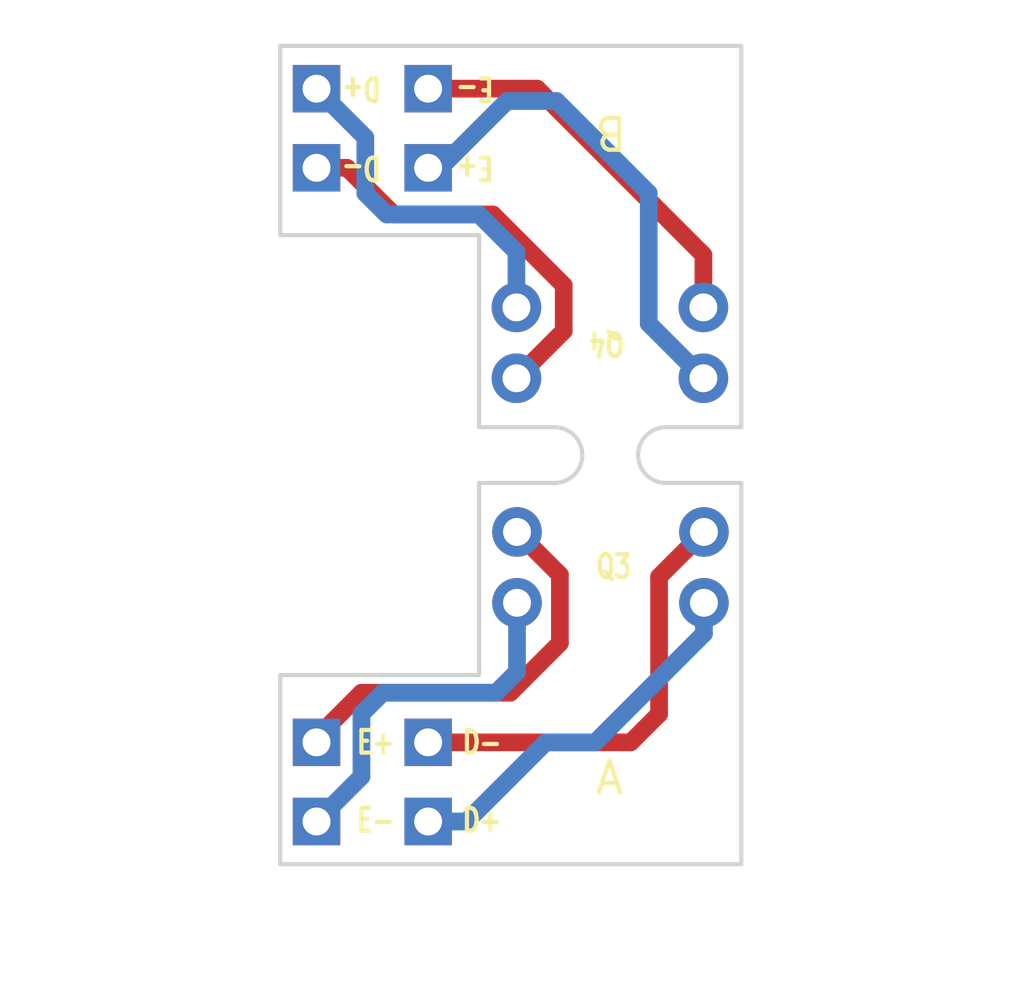
<source format=kicad_pcb>
(kicad_pcb (version 20171130) (host pcbnew "(5.1.6)-1")

  (general
    (thickness 1.6)
    (drawings 33)
    (tracks 42)
    (zones 0)
    (modules 11)
    (nets 9)
  )

  (page A4)
  (layers
    (0 F.Cu signal)
    (31 B.Cu signal)
    (32 B.Adhes user)
    (33 F.Adhes user)
    (34 B.Paste user)
    (35 F.Paste user)
    (36 B.SilkS user)
    (37 F.SilkS user)
    (38 B.Mask user)
    (39 F.Mask user)
    (40 Dwgs.User user)
    (41 Cmts.User user)
    (42 Eco1.User user)
    (43 Eco2.User user)
    (44 Edge.Cuts user)
    (45 Margin user)
    (46 B.CrtYd user)
    (47 F.CrtYd user)
    (48 B.Fab user)
    (49 F.Fab user)
  )

  (setup
    (last_trace_width 0.635)
    (user_trace_width 0.127)
    (user_trace_width 0.254)
    (user_trace_width 0.635)
    (user_trace_width 1.27)
    (trace_clearance 0.127)
    (zone_clearance 0.508)
    (zone_45_only no)
    (trace_min 0.127)
    (via_size 0.45)
    (via_drill 0.2)
    (via_min_size 0.45)
    (via_min_drill 0.2)
    (user_via 1.27 0.635)
    (user_via 2.54 1.27)
    (uvia_size 0.3)
    (uvia_drill 0.1)
    (uvias_allowed no)
    (uvia_min_size 0.2)
    (uvia_min_drill 0.1)
    (edge_width 0.15)
    (segment_width 0.15)
    (pcb_text_width 0.3)
    (pcb_text_size 1.5 1.5)
    (mod_edge_width 0.15)
    (mod_text_size 1 1)
    (mod_text_width 0.15)
    (pad_size 1.524 1.524)
    (pad_drill 0.762)
    (pad_to_mask_clearance 0.051)
    (solder_mask_min_width 0.25)
    (aux_axis_origin 0 0)
    (grid_origin 166 119)
    (visible_elements 7FFFFFFF)
    (pcbplotparams
      (layerselection 0x010f0_ffffffff)
      (usegerberextensions false)
      (usegerberattributes false)
      (usegerberadvancedattributes false)
      (creategerberjobfile false)
      (excludeedgelayer true)
      (linewidth 0.100000)
      (plotframeref false)
      (viasonmask false)
      (mode 1)
      (useauxorigin false)
      (hpglpennumber 1)
      (hpglpenspeed 20)
      (hpglpendiameter 15.000000)
      (psnegative false)
      (psa4output false)
      (plotreference true)
      (plotvalue true)
      (plotinvisibletext false)
      (padsonsilk false)
      (subtractmaskfromsilk false)
      (outputformat 1)
      (mirror false)
      (drillshape 0)
      (scaleselection 1)
      (outputdirectory "Gerbers/"))
  )

  (net 0 "")
  (net 1 "Net-(J1-Pad1)")
  (net 2 "Net-(J2-Pad1)")
  (net 3 "Net-(J3-Pad1)")
  (net 4 "Net-(J4-Pad1)")
  (net 5 "Net-(J5-Pad1)")
  (net 6 "Net-(J6-Pad1)")
  (net 7 "Net-(J7-Pad1)")
  (net 8 "Net-(J8-Pad1)")

  (net_class Default "Esta es la clase de red por defecto."
    (clearance 0.127)
    (trace_width 0.127)
    (via_dia 0.45)
    (via_drill 0.2)
    (uvia_dia 0.3)
    (uvia_drill 0.1)
    (diff_pair_width 0.254)
    (diff_pair_gap 0.254)
    (add_net "Net-(J1-Pad1)")
    (add_net "Net-(J2-Pad1)")
    (add_net "Net-(J3-Pad1)")
    (add_net "Net-(J4-Pad1)")
    (add_net "Net-(J5-Pad1)")
    (add_net "Net-(J6-Pad1)")
    (add_net "Net-(J7-Pad1)")
    (add_net "Net-(J8-Pad1)")
  )

  (module Encoder:mouse-bite-2mm-slot locked (layer F.Cu) (tedit 6081233A) (tstamp 60816F89)
    (at 177.8254 111.1156)
    (fp_text reference mouse-bite-2mm-slot (at 0 -2) (layer F.SilkS) hide
      (effects (font (size 1 1) (thickness 0.2)))
    )
    (fp_text value VAL** (at 0 2.1) (layer F.SilkS) hide
      (effects (font (size 1 1) (thickness 0.2)))
    )
    (fp_arc (start 2 0) (end 2 1) (angle 180) (layer Dwgs.User) (width 0.1))
    (fp_arc (start -2 0) (end -2 -1) (angle 180) (layer Dwgs.User) (width 0.1))
    (fp_line (start 2 0) (end 2 0) (layer Eco1.User) (width 2))
    (fp_line (start -2 0) (end -2 0) (layer Eco1.User) (width 2))
    (fp_circle (center -2 0) (end -2 -0.06) (layer Dwgs.User) (width 0.05))
    (fp_circle (center 2 0) (end 2.06 0) (layer Dwgs.User) (width 0.05))
    (pad "" np_thru_hole circle (at 0.75 0.75) (size 0.5 0.5) (drill 0.5) (layers *.Cu *.Mask))
    (pad "" np_thru_hole circle (at -0.75 0.75) (size 0.5 0.5) (drill 0.5) (layers *.Cu *.Mask))
    (pad "" np_thru_hole circle (at -0.75 -0.75) (size 0.5 0.5) (drill 0.5) (layers *.Cu *.Mask))
    (pad "" np_thru_hole circle (at 0.75 -0.75) (size 0.5 0.5) (drill 0.5) (layers *.Cu *.Mask))
    (pad "" np_thru_hole circle (at 0 0.75) (size 0.5 0.5) (drill 0.5) (layers *.Cu *.Mask))
    (pad "" np_thru_hole circle (at 0 -0.75) (size 0.5 0.5) (drill 0.5) (layers *.Cu *.Mask))
  )

  (module Encoder:PinHeader_1x01_P2.54mm_Vertical_NO3D (layer F.Cu) (tedit 6079DCDD) (tstamp 60818B92)
    (at 171.3 97.9822 180)
    (descr "Through hole straight pin header, 1x01, 2.54mm pitch, single row")
    (tags "Through hole pin header THT 1x01 2.54mm single row")
    (path /6081B0BC)
    (fp_text reference J6 (at 0 -2.33) (layer Dwgs.User) hide
      (effects (font (size 0.8128 0.6096) (thickness 0.1524)))
    )
    (fp_text value Conn_01x01_Male (at 0 2.33) (layer F.Fab)
      (effects (font (size 1 1) (thickness 0.15)))
    )
    (fp_line (start -0.635 -1.27) (end 1.27 -1.27) (layer F.Fab) (width 0.1))
    (fp_line (start 1.27 -1.27) (end 1.27 1.27) (layer F.Fab) (width 0.1))
    (fp_line (start 1.27 1.27) (end -1.27 1.27) (layer F.Fab) (width 0.1))
    (fp_line (start -1.27 1.27) (end -1.27 -0.635) (layer F.Fab) (width 0.1))
    (fp_line (start -1.27 -0.635) (end -0.635 -1.27) (layer F.Fab) (width 0.1))
    (fp_line (start -1.8 -1.8) (end -1.8 1.8) (layer F.CrtYd) (width 0.05))
    (fp_line (start -1.8 1.8) (end 1.8 1.8) (layer F.CrtYd) (width 0.05))
    (fp_line (start 1.8 1.8) (end 1.8 -1.8) (layer F.CrtYd) (width 0.05))
    (fp_line (start 1.8 -1.8) (end -1.8 -1.8) (layer F.CrtYd) (width 0.05))
    (fp_text user %R (at 0 0 90) (layer F.Fab)
      (effects (font (size 1 1) (thickness 0.15)))
    )
    (pad 1 thru_hole rect (at 0 0 180) (size 1.7 1.7) (drill 1) (layers *.Cu *.Mask)
      (net 6 "Net-(J6-Pad1)"))
  )

  (module Encoder:PinHeader_1x01_P2.54mm_Vertical_NO3D (layer F.Cu) (tedit 6079DCDD) (tstamp 60818B84)
    (at 171.3 100.8192 180)
    (descr "Through hole straight pin header, 1x01, 2.54mm pitch, single row")
    (tags "Through hole pin header THT 1x01 2.54mm single row")
    (path /6081B0B6)
    (fp_text reference J5 (at 0 -2.33) (layer Dwgs.User) hide
      (effects (font (size 0.8128 0.6096) (thickness 0.1524)))
    )
    (fp_text value Conn_01x01_Male (at 0 2.33) (layer F.Fab)
      (effects (font (size 1 1) (thickness 0.15)))
    )
    (fp_text user %R (at 0 0 90) (layer F.Fab)
      (effects (font (size 1 1) (thickness 0.15)))
    )
    (fp_line (start 1.8 -1.8) (end -1.8 -1.8) (layer F.CrtYd) (width 0.05))
    (fp_line (start 1.8 1.8) (end 1.8 -1.8) (layer F.CrtYd) (width 0.05))
    (fp_line (start -1.8 1.8) (end 1.8 1.8) (layer F.CrtYd) (width 0.05))
    (fp_line (start -1.8 -1.8) (end -1.8 1.8) (layer F.CrtYd) (width 0.05))
    (fp_line (start -1.27 -0.635) (end -0.635 -1.27) (layer F.Fab) (width 0.1))
    (fp_line (start -1.27 1.27) (end -1.27 -0.635) (layer F.Fab) (width 0.1))
    (fp_line (start 1.27 1.27) (end -1.27 1.27) (layer F.Fab) (width 0.1))
    (fp_line (start 1.27 -1.27) (end 1.27 1.27) (layer F.Fab) (width 0.1))
    (fp_line (start -0.635 -1.27) (end 1.27 -1.27) (layer F.Fab) (width 0.1))
    (pad 1 thru_hole rect (at 0 0 180) (size 1.7 1.7) (drill 1) (layers *.Cu *.Mask)
      (net 5 "Net-(J5-Pad1)"))
  )

  (module Encoder:PinHeader_1x01_P2.54mm_Vertical_NO3D (layer F.Cu) (tedit 6079DCDD) (tstamp 60818B76)
    (at 167.3 100.8192 180)
    (descr "Through hole straight pin header, 1x01, 2.54mm pitch, single row")
    (tags "Through hole pin header THT 1x01 2.54mm single row")
    (path /6081B0C8)
    (fp_text reference J7 (at 0 -2.33) (layer Dwgs.User) hide
      (effects (font (size 0.8128 0.6096) (thickness 0.1524)))
    )
    (fp_text value Conn_01x01_Male (at 0 2.33) (layer F.Fab)
      (effects (font (size 1 1) (thickness 0.15)))
    )
    (fp_line (start -0.635 -1.27) (end 1.27 -1.27) (layer F.Fab) (width 0.1))
    (fp_line (start 1.27 -1.27) (end 1.27 1.27) (layer F.Fab) (width 0.1))
    (fp_line (start 1.27 1.27) (end -1.27 1.27) (layer F.Fab) (width 0.1))
    (fp_line (start -1.27 1.27) (end -1.27 -0.635) (layer F.Fab) (width 0.1))
    (fp_line (start -1.27 -0.635) (end -0.635 -1.27) (layer F.Fab) (width 0.1))
    (fp_line (start -1.8 -1.8) (end -1.8 1.8) (layer F.CrtYd) (width 0.05))
    (fp_line (start -1.8 1.8) (end 1.8 1.8) (layer F.CrtYd) (width 0.05))
    (fp_line (start 1.8 1.8) (end 1.8 -1.8) (layer F.CrtYd) (width 0.05))
    (fp_line (start 1.8 -1.8) (end -1.8 -1.8) (layer F.CrtYd) (width 0.05))
    (fp_text user %R (at 0 0 90) (layer F.Fab)
      (effects (font (size 1 1) (thickness 0.15)))
    )
    (pad 1 thru_hole rect (at 0 0 180) (size 1.7 1.7) (drill 1) (layers *.Cu *.Mask)
      (net 7 "Net-(J7-Pad1)"))
  )

  (module Encoder:PinHeader_1x01_P2.54mm_Vertical_NO3D (layer F.Cu) (tedit 6079DCDD) (tstamp 60818B68)
    (at 167.3 97.9822 180)
    (descr "Through hole straight pin header, 1x01, 2.54mm pitch, single row")
    (tags "Through hole pin header THT 1x01 2.54mm single row")
    (path /6081B0C2)
    (fp_text reference J8 (at 0 -2.33) (layer Dwgs.User) hide
      (effects (font (size 0.8128 0.6096) (thickness 0.1524)))
    )
    (fp_text value Conn_01x01_Male (at 0 2.33) (layer F.Fab)
      (effects (font (size 1 1) (thickness 0.15)))
    )
    (fp_line (start -0.635 -1.27) (end 1.27 -1.27) (layer F.Fab) (width 0.1))
    (fp_line (start 1.27 -1.27) (end 1.27 1.27) (layer F.Fab) (width 0.1))
    (fp_line (start 1.27 1.27) (end -1.27 1.27) (layer F.Fab) (width 0.1))
    (fp_line (start -1.27 1.27) (end -1.27 -0.635) (layer F.Fab) (width 0.1))
    (fp_line (start -1.27 -0.635) (end -0.635 -1.27) (layer F.Fab) (width 0.1))
    (fp_line (start -1.8 -1.8) (end -1.8 1.8) (layer F.CrtYd) (width 0.05))
    (fp_line (start -1.8 1.8) (end 1.8 1.8) (layer F.CrtYd) (width 0.05))
    (fp_line (start 1.8 1.8) (end 1.8 -1.8) (layer F.CrtYd) (width 0.05))
    (fp_line (start 1.8 -1.8) (end -1.8 -1.8) (layer F.CrtYd) (width 0.05))
    (fp_text user %R (at 0 0 90) (layer F.Fab)
      (effects (font (size 1 1) (thickness 0.15)))
    )
    (pad 1 thru_hole rect (at 0 0 180) (size 1.7 1.7) (drill 1) (layers *.Cu *.Mask)
      (net 8 "Net-(J8-Pad1)"))
  )

  (module Encoder:itr8102 (layer F.Cu) (tedit 5D60A6D4) (tstamp 608197F0)
    (at 177.815399 107.091399 180)
    (path /6081B0B0)
    (fp_text reference Q4 (at 0.116999 -0.027001 180 unlocked) (layer F.SilkS)
      (effects (font (size 0.8128 0.6096) (thickness 0.1524)))
    )
    (fp_text value ITR8102 (at 0.164599 5.860199) (layer F.Fab)
      (effects (font (size 1 1) (thickness 0.15)))
    )
    (pad 4 thru_hole circle (at 3.35 -1.27 180) (size 1.778 1.778) (drill 1) (layers *.Cu *.Mask)
      (net 7 "Net-(J7-Pad1)"))
    (pad 1 thru_hole circle (at -3.35 -1.27 180) (size 1.778 1.778) (drill 1) (layers *.Cu *.Mask)
      (net 5 "Net-(J5-Pad1)"))
    (pad 3 thru_hole circle (at 3.35 1.27 180) (size 1.778 1.778) (drill 1) (layers *.Cu *.Mask)
      (net 8 "Net-(J8-Pad1)"))
    (pad 2 thru_hole circle (at -3.35 1.27 180) (size 1.778 1.778) (drill 1) (layers *.Cu *.Mask)
      (net 6 "Net-(J6-Pad1)"))
  )

  (module Encoder:PinHeader_1x01_P2.54mm_Vertical_NO3D (layer F.Cu) (tedit 6079DCDD) (tstamp 608185D7)
    (at 171.3 124.2488)
    (descr "Through hole straight pin header, 1x01, 2.54mm pitch, single row")
    (tags "Through hole pin header THT 1x01 2.54mm single row")
    (path /5C59CA2D)
    (fp_text reference J4 (at 0 -2.33) (layer Dwgs.User) hide
      (effects (font (size 0.8128 0.6096) (thickness 0.1524)))
    )
    (fp_text value Conn_01x01_Male (at 0 2.33) (layer F.Fab)
      (effects (font (size 1 1) (thickness 0.15)))
    )
    (fp_line (start -0.635 -1.27) (end 1.27 -1.27) (layer F.Fab) (width 0.1))
    (fp_line (start 1.27 -1.27) (end 1.27 1.27) (layer F.Fab) (width 0.1))
    (fp_line (start 1.27 1.27) (end -1.27 1.27) (layer F.Fab) (width 0.1))
    (fp_line (start -1.27 1.27) (end -1.27 -0.635) (layer F.Fab) (width 0.1))
    (fp_line (start -1.27 -0.635) (end -0.635 -1.27) (layer F.Fab) (width 0.1))
    (fp_line (start -1.8 -1.8) (end -1.8 1.8) (layer F.CrtYd) (width 0.05))
    (fp_line (start -1.8 1.8) (end 1.8 1.8) (layer F.CrtYd) (width 0.05))
    (fp_line (start 1.8 1.8) (end 1.8 -1.8) (layer F.CrtYd) (width 0.05))
    (fp_line (start 1.8 -1.8) (end -1.8 -1.8) (layer F.CrtYd) (width 0.05))
    (fp_text user %R (at 0 0 90) (layer F.Fab)
      (effects (font (size 1 1) (thickness 0.15)))
    )
    (pad 1 thru_hole rect (at 0 0) (size 1.7 1.7) (drill 1) (layers *.Cu *.Mask)
      (net 4 "Net-(J4-Pad1)"))
  )

  (module Encoder:PinHeader_1x01_P2.54mm_Vertical_NO3D (layer F.Cu) (tedit 6079DCDD) (tstamp 60818668)
    (at 171.3 121.412)
    (descr "Through hole straight pin header, 1x01, 2.54mm pitch, single row")
    (tags "Through hole pin header THT 1x01 2.54mm single row")
    (path /5C59CA34)
    (fp_text reference J3 (at 0 -2.33) (layer Dwgs.User) hide
      (effects (font (size 0.8128 0.6096) (thickness 0.1524)))
    )
    (fp_text value Conn_01x01_Male (at 0 2.33) (layer F.Fab)
      (effects (font (size 1 1) (thickness 0.15)))
    )
    (fp_line (start -0.635 -1.27) (end 1.27 -1.27) (layer F.Fab) (width 0.1))
    (fp_line (start 1.27 -1.27) (end 1.27 1.27) (layer F.Fab) (width 0.1))
    (fp_line (start 1.27 1.27) (end -1.27 1.27) (layer F.Fab) (width 0.1))
    (fp_line (start -1.27 1.27) (end -1.27 -0.635) (layer F.Fab) (width 0.1))
    (fp_line (start -1.27 -0.635) (end -0.635 -1.27) (layer F.Fab) (width 0.1))
    (fp_line (start -1.8 -1.8) (end -1.8 1.8) (layer F.CrtYd) (width 0.05))
    (fp_line (start -1.8 1.8) (end 1.8 1.8) (layer F.CrtYd) (width 0.05))
    (fp_line (start 1.8 1.8) (end 1.8 -1.8) (layer F.CrtYd) (width 0.05))
    (fp_line (start 1.8 -1.8) (end -1.8 -1.8) (layer F.CrtYd) (width 0.05))
    (fp_text user %R (at 0 0 90) (layer F.Fab)
      (effects (font (size 1 1) (thickness 0.15)))
    )
    (pad 1 thru_hole rect (at 0 0) (size 1.7 1.7) (drill 1) (layers *.Cu *.Mask)
      (net 3 "Net-(J3-Pad1)"))
  )

  (module Encoder:PinHeader_1x01_P2.54mm_Vertical_NO3D (layer F.Cu) (tedit 6079DCDD) (tstamp 60818583)
    (at 167.3 121.412)
    (descr "Through hole straight pin header, 1x01, 2.54mm pitch, single row")
    (tags "Through hole pin header THT 1x01 2.54mm single row")
    (path /5C59CA1F)
    (fp_text reference J1 (at 0 -2.33) (layer Dwgs.User) hide
      (effects (font (size 0.8128 0.6096) (thickness 0.1524)))
    )
    (fp_text value Conn_01x01_Male (at 0 2.33) (layer F.Fab)
      (effects (font (size 1 1) (thickness 0.15)))
    )
    (fp_text user %R (at 0 0 90) (layer F.Fab)
      (effects (font (size 1 1) (thickness 0.15)))
    )
    (fp_line (start -0.635 -1.27) (end 1.27 -1.27) (layer F.Fab) (width 0.1))
    (fp_line (start 1.27 -1.27) (end 1.27 1.27) (layer F.Fab) (width 0.1))
    (fp_line (start 1.27 1.27) (end -1.27 1.27) (layer F.Fab) (width 0.1))
    (fp_line (start -1.27 1.27) (end -1.27 -0.635) (layer F.Fab) (width 0.1))
    (fp_line (start -1.27 -0.635) (end -0.635 -1.27) (layer F.Fab) (width 0.1))
    (fp_line (start -1.8 -1.8) (end -1.8 1.8) (layer F.CrtYd) (width 0.05))
    (fp_line (start -1.8 1.8) (end 1.8 1.8) (layer F.CrtYd) (width 0.05))
    (fp_line (start 1.8 1.8) (end 1.8 -1.8) (layer F.CrtYd) (width 0.05))
    (fp_line (start 1.8 -1.8) (end -1.8 -1.8) (layer F.CrtYd) (width 0.05))
    (pad 1 thru_hole rect (at 0 0) (size 1.7 1.7) (drill 1) (layers *.Cu *.Mask)
      (net 1 "Net-(J1-Pad1)"))
  )

  (module Encoder:PinHeader_1x01_P2.54mm_Vertical_NO3D (layer F.Cu) (tedit 6079DCDD) (tstamp 60818559)
    (at 167.3 124.2488)
    (descr "Through hole straight pin header, 1x01, 2.54mm pitch, single row")
    (tags "Through hole pin header THT 1x01 2.54mm single row")
    (path /5C59CA26)
    (fp_text reference J2 (at 0 -2.33) (layer Dwgs.User) hide
      (effects (font (size 0.8128 0.6096) (thickness 0.1524)))
    )
    (fp_text value Conn_01x01_Male (at 0 2.33) (layer F.Fab)
      (effects (font (size 1 1) (thickness 0.15)))
    )
    (fp_line (start -0.635 -1.27) (end 1.27 -1.27) (layer F.Fab) (width 0.1))
    (fp_line (start 1.27 -1.27) (end 1.27 1.27) (layer F.Fab) (width 0.1))
    (fp_line (start 1.27 1.27) (end -1.27 1.27) (layer F.Fab) (width 0.1))
    (fp_line (start -1.27 1.27) (end -1.27 -0.635) (layer F.Fab) (width 0.1))
    (fp_line (start -1.27 -0.635) (end -0.635 -1.27) (layer F.Fab) (width 0.1))
    (fp_line (start -1.8 -1.8) (end -1.8 1.8) (layer F.CrtYd) (width 0.05))
    (fp_line (start -1.8 1.8) (end 1.8 1.8) (layer F.CrtYd) (width 0.05))
    (fp_line (start 1.8 1.8) (end 1.8 -1.8) (layer F.CrtYd) (width 0.05))
    (fp_line (start 1.8 -1.8) (end -1.8 -1.8) (layer F.CrtYd) (width 0.05))
    (fp_text user %R (at 0 0 90) (layer F.Fab)
      (effects (font (size 1 1) (thickness 0.15)))
    )
    (pad 1 thru_hole rect (at 0 0) (size 1.7 1.7) (drill 1) (layers *.Cu *.Mask)
      (net 2 "Net-(J2-Pad1)"))
  )

  (module Encoder:itr8102 (layer F.Cu) (tedit 5D60A6D4) (tstamp 60816BCB)
    (at 177.835401 115.139801)
    (path /5C59CA18)
    (fp_text reference Q3 (at 0.116999 -0.027001) (layer F.SilkS)
      (effects (font (size 0.8128 0.6096) (thickness 0.1524)))
    )
    (fp_text value ITR8102 (at 0.164599 5.860199) (layer F.Fab)
      (effects (font (size 1 1) (thickness 0.15)))
    )
    (pad 2 thru_hole circle (at -3.35 1.27) (size 1.778 1.778) (drill 1) (layers *.Cu *.Mask)
      (net 2 "Net-(J2-Pad1)"))
    (pad 3 thru_hole circle (at 3.35 1.27) (size 1.778 1.778) (drill 1) (layers *.Cu *.Mask)
      (net 4 "Net-(J4-Pad1)"))
    (pad 1 thru_hole circle (at -3.35 -1.27) (size 1.778 1.778) (drill 1) (layers *.Cu *.Mask)
      (net 1 "Net-(J1-Pad1)"))
    (pad 4 thru_hole circle (at 3.35 -1.27) (size 1.778 1.778) (drill 1) (layers *.Cu *.Mask)
      (net 3 "Net-(J3-Pad1)"))
  )

  (dimension 5.248886 (width 0.15) (layer Dwgs.User)
    (gr_text "5.249 mm" (at 162.654095 121.650868 270.3274757) (layer Dwgs.User)
      (effects (font (size 1 1) (thickness 0.15)))
    )
    (feature1 (pts (xy 167.3 124.2488) (xy 163.382663 124.27119)))
    (feature2 (pts (xy 167.27 119) (xy 163.352663 119.02239)))
    (crossbar (pts (xy 163.939074 119.019038) (xy 163.969074 124.267838)))
    (arrow1a (pts (xy 163.969074 124.267838) (xy 163.376224 123.144704)))
    (arrow1b (pts (xy 163.969074 124.267838) (xy 164.549047 123.138001)))
    (arrow2a (pts (xy 163.939074 119.019038) (xy 163.359101 120.148875)))
    (arrow2b (pts (xy 163.939074 119.019038) (xy 164.531924 120.142172)))
  )
  (dimension 6.7808 (width 0.15) (layer Dwgs.User)
    (gr_text "6.781 mm" (at 160.636 99.8408 270) (layer Dwgs.User)
      (effects (font (size 1 1) (thickness 0.15)))
    )
    (feature1 (pts (xy 166 103.2312) (xy 161.349579 103.2312)))
    (feature2 (pts (xy 166 96.4504) (xy 161.349579 96.4504)))
    (crossbar (pts (xy 161.936 96.4504) (xy 161.936 103.2312)))
    (arrow1a (pts (xy 161.936 103.2312) (xy 161.349579 102.104696)))
    (arrow1b (pts (xy 161.936 103.2312) (xy 162.522421 102.104696)))
    (arrow2a (pts (xy 161.936 96.4504) (xy 161.349579 97.576904)))
    (arrow2b (pts (xy 161.936 96.4504) (xy 162.522421 97.576904)))
  )
  (dimension 6.7808 (width 0.15) (layer Dwgs.User)
    (gr_text "6.781 mm" (at 159.62 122.3904 270) (layer Dwgs.User)
      (effects (font (size 1 1) (thickness 0.15)))
    )
    (feature1 (pts (xy 166 125.7808) (xy 160.333579 125.7808)))
    (feature2 (pts (xy 166 119) (xy 160.333579 119)))
    (crossbar (pts (xy 160.92 119) (xy 160.92 125.7808)))
    (arrow1a (pts (xy 160.92 125.7808) (xy 160.333579 124.654296)))
    (arrow1b (pts (xy 160.92 125.7808) (xy 161.506421 124.654296)))
    (arrow2a (pts (xy 160.92 119) (xy 160.333579 120.126504)))
    (arrow2b (pts (xy 160.92 119) (xy 161.506421 120.126504)))
  )
  (gr_text D- (at 168.91 100.8192 180) (layer F.SilkS) (tstamp 60818B5C)
    (effects (font (size 0.8128 0.6096) (thickness 0.1524)))
  )
  (gr_text B (at 177.8508 99.5492 180) (layer F.SilkS) (tstamp 60818BB9)
    (effects (font (size 1.143 1.143) (thickness 0.1524)))
  )
  (gr_line (start 173.1264 110.1156) (end 175.8254 110.1156) (layer Edge.Cuts) (width 0.15) (tstamp 60818BB6))
  (gr_line (start 179.8254 110.1156) (end 182.5244 110.1156) (layer Edge.Cuts) (width 0.15) (tstamp 60818BB5))
  (gr_text E+ (at 172.974 100.8192 180) (layer F.SilkS) (tstamp 60819767)
    (effects (font (size 0.8128 0.6096) (thickness 0.1524)))
  )
  (gr_text D+ (at 168.91 97.9822 180) (layer F.SilkS) (tstamp 60819342)
    (effects (font (size 0.8128 0.6096) (thickness 0.1524)))
  )
  (gr_text E- (at 172.974 97.9822 180) (layer F.SilkS) (tstamp 60818B59)
    (effects (font (size 0.8128 0.6096) (thickness 0.1524)))
  )
  (gr_line (start 166 103.2312) (end 173.1264 103.2312) (layer Edge.Cuts) (width 0.15) (tstamp 60818B58))
  (gr_line (start 173.1264 103.2312) (end 173.1264 110.1156) (layer Edge.Cuts) (width 0.15) (tstamp 60818B57))
  (gr_line (start 182.5244 96.4504) (end 166 96.4504) (layer Edge.Cuts) (width 0.15) (tstamp 60818B56))
  (gr_line (start 182.5244 110.1156) (end 182.5244 96.4504) (layer Edge.Cuts) (width 0.15) (tstamp 60818B55))
  (gr_line (start 166 103.2312) (end 166 96.4504) (layer Edge.Cuts) (width 0.15) (tstamp 60818B54))
  (gr_arc (start 179.8254 111.1156) (end 179.8254 110.1156) (angle -180) (layer Edge.Cuts) (width 0.15) (tstamp 60816AF9))
  (gr_arc (start 175.8254 111.1156) (end 175.8254 112.1156) (angle -180) (layer Edge.Cuts) (width 0.15) (tstamp 60816AF6))
  (gr_text A (at 177.8 122.682) (layer F.SilkS) (tstamp 6081871D)
    (effects (font (size 1.143 1.143) (thickness 0.1524)))
  )
  (dimension 7.1264 (width 0.15) (layer Dwgs.User)
    (gr_text "7.126 mm" (at 169.5632 131.3) (layer Dwgs.User)
      (effects (font (size 1 1) (thickness 0.15)))
    )
    (feature1 (pts (xy 166 119) (xy 166 130.586421)))
    (feature2 (pts (xy 173.1264 119) (xy 173.1264 130.586421)))
    (crossbar (pts (xy 173.1264 130) (xy 166 130)))
    (arrow1a (pts (xy 166 130) (xy 167.126504 129.413579)))
    (arrow1b (pts (xy 166 130) (xy 167.126504 130.586421)))
    (arrow2a (pts (xy 173.1264 130) (xy 171.999896 129.413579)))
    (arrow2b (pts (xy 173.1264 130) (xy 171.999896 130.586421)))
  )
  (gr_line (start 166 119) (end 166 125.7808) (layer Edge.Cuts) (width 0.15))
  (gr_line (start 173.1264 119) (end 166 119) (layer Edge.Cuts) (width 0.15))
  (dimension 6.202199 (width 0.15) (layer Dwgs.User)
    (gr_text "6.202 mm" (at 168.7 115.216699 270) (layer Dwgs.User)
      (effects (font (size 1 1) (thickness 0.15)))
    )
    (feature1 (pts (xy 173.1264 118.317799) (xy 169.413579 118.317799)))
    (feature2 (pts (xy 173.1264 112.1156) (xy 169.413579 112.1156)))
    (crossbar (pts (xy 170 112.1156) (xy 170 118.317799)))
    (arrow1a (pts (xy 170 118.317799) (xy 169.413579 117.191295)))
    (arrow1b (pts (xy 170 118.317799) (xy 170.586421 117.191295)))
    (arrow2a (pts (xy 170 112.1156) (xy 169.413579 113.242104)))
    (arrow2b (pts (xy 170 112.1156) (xy 170.586421 113.242104)))
  )
  (dimension 9.398 (width 0.15) (layer Dwgs.User)
    (gr_text "9.398 mm" (at 177.8254 131.3) (layer Dwgs.User)
      (effects (font (size 1 1) (thickness 0.15)))
    )
    (feature1 (pts (xy 173.1264 125.7808) (xy 173.1264 130.586421)))
    (feature2 (pts (xy 182.5244 125.7808) (xy 182.5244 130.586421)))
    (crossbar (pts (xy 182.5244 130) (xy 173.1264 130)))
    (arrow1a (pts (xy 173.1264 130) (xy 174.252904 129.413579)))
    (arrow1b (pts (xy 173.1264 130) (xy 174.252904 130.586421)))
    (arrow2a (pts (xy 182.5244 130) (xy 181.397896 129.413579)))
    (arrow2b (pts (xy 182.5244 130) (xy 181.397896 130.586421)))
  )
  (dimension 13.6652 (width 0.15) (layer Dwgs.User)
    (gr_text "13.665 mm" (at 191.3 118.9482 270) (layer Dwgs.User)
      (effects (font (size 1 1) (thickness 0.15)))
    )
    (feature1 (pts (xy 182.5244 125.7808) (xy 190.586421 125.7808)))
    (feature2 (pts (xy 182.5244 112.1156) (xy 190.586421 112.1156)))
    (crossbar (pts (xy 190 112.1156) (xy 190 125.7808)))
    (arrow1a (pts (xy 190 125.7808) (xy 189.413579 124.654296)))
    (arrow1b (pts (xy 190 125.7808) (xy 190.586421 124.654296)))
    (arrow2a (pts (xy 190 112.1156) (xy 189.413579 113.242104)))
    (arrow2b (pts (xy 190 112.1156) (xy 190.586421 113.242104)))
  )
  (gr_line (start 175.8254 112.1156) (end 173.1264 112.1156) (layer Edge.Cuts) (width 0.15) (tstamp 60816AF3))
  (gr_line (start 182.5244 112.1156) (end 179.8254 112.1156) (layer Edge.Cuts) (width 0.15) (tstamp 60816AF0))
  (gr_line (start 182.5244 125.7808) (end 182.5244 112.1156) (layer Edge.Cuts) (width 0.15) (tstamp 60816C10))
  (gr_line (start 166 125.7808) (end 182.5244 125.7808) (layer Edge.Cuts) (width 0.15) (tstamp 60816C13))
  (gr_line (start 173.1264 112.1156) (end 173.1264 119) (layer Edge.Cuts) (width 0.15) (tstamp 60816C16))
  (gr_text D- (at 173.228 121.412) (layer F.SilkS) (tstamp 60816C04)
    (effects (font (size 0.8128 0.6096) (thickness 0.1524)))
  )
  (gr_text D+ (at 173.228 124.206) (layer F.SilkS) (tstamp 60816C0A)
    (effects (font (size 0.8128 0.6096) (thickness 0.1524)))
  )
  (gr_text E+ (at 169.418 121.412) (layer F.SilkS) (tstamp 60816C07)
    (effects (font (size 0.8128 0.6096) (thickness 0.1524)))
  )
  (gr_text E- (at 169.418 124.206) (layer F.SilkS) (tstamp 60816C0D)
    (effects (font (size 0.8128 0.6096) (thickness 0.1524)))
  )

  (segment (start 167.3 121.412) (end 167.3 121.244) (width 0.635) (layer F.Cu) (net 1) (status 30))
  (segment (start 167.3 121.244) (end 168.91 119.634) (width 0.635) (layer F.Cu) (net 1) (status 10))
  (segment (start 168.91 119.634) (end 174.244 119.634) (width 0.635) (layer F.Cu) (net 1))
  (segment (start 174.244 119.634) (end 176.022 117.856) (width 0.635) (layer F.Cu) (net 1))
  (segment (start 176.022 115.4064) (end 174.485401 113.869801) (width 0.635) (layer F.Cu) (net 1) (status 20))
  (segment (start 176.022 117.856) (end 176.022 115.4064) (width 0.635) (layer F.Cu) (net 1))
  (segment (start 168.91 122.6388) (end 167.3 124.2488) (width 0.635) (layer B.Cu) (net 2) (status 20))
  (segment (start 174.485401 118.884599) (end 173.736 119.634) (width 0.635) (layer B.Cu) (net 2))
  (segment (start 173.736 119.634) (end 169.672 119.634) (width 0.635) (layer B.Cu) (net 2))
  (segment (start 168.91 120.396) (end 168.91 122.6388) (width 0.635) (layer B.Cu) (net 2))
  (segment (start 174.485401 116.409801) (end 174.485401 118.884599) (width 0.635) (layer B.Cu) (net 2) (status 10))
  (segment (start 169.672 119.634) (end 168.91 120.396) (width 0.635) (layer B.Cu) (net 2))
  (segment (start 171.3 121.412) (end 178.562 121.412) (width 0.635) (layer F.Cu) (net 3) (status 10))
  (segment (start 178.562 121.412) (end 179.578 120.396) (width 0.635) (layer F.Cu) (net 3))
  (segment (start 179.578 115.477202) (end 181.185401 113.869801) (width 0.635) (layer F.Cu) (net 3) (status 20))
  (segment (start 179.578 120.396) (end 179.578 115.477202) (width 0.635) (layer F.Cu) (net 3))
  (segment (start 181.185401 117.518599) (end 181.185401 116.409801) (width 0.635) (layer B.Cu) (net 4) (status 20))
  (segment (start 177.292 121.412) (end 181.185401 117.518599) (width 0.635) (layer B.Cu) (net 4))
  (segment (start 171.3 124.2488) (end 172.6772 124.2488) (width 0.635) (layer B.Cu) (net 4) (status 10))
  (segment (start 175.514 121.412) (end 177.292 121.412) (width 0.635) (layer B.Cu) (net 4))
  (segment (start 172.6772 124.2488) (end 175.514 121.412) (width 0.635) (layer B.Cu) (net 4))
  (segment (start 171.7348 100.8192) (end 171.3 100.8192) (width 0.635) (layer B.Cu) (net 5))
  (segment (start 179.208 106.404) (end 179.208 101.728) (width 0.635) (layer B.Cu) (net 5))
  (segment (start 174.128 98.426) (end 171.7348 100.8192) (width 0.635) (layer B.Cu) (net 5))
  (segment (start 181.165399 108.361399) (end 179.208 106.404) (width 0.635) (layer B.Cu) (net 5))
  (segment (start 175.906 98.426) (end 174.128 98.426) (width 0.635) (layer B.Cu) (net 5))
  (segment (start 179.208 101.728) (end 175.906 98.426) (width 0.635) (layer B.Cu) (net 5))
  (segment (start 181.165399 105.821399) (end 181.165399 103.939399) (width 0.635) (layer F.Cu) (net 6))
  (segment (start 175.2082 97.9822) (end 171.3 97.9822) (width 0.635) (layer F.Cu) (net 6))
  (segment (start 181.165399 103.939399) (end 175.2082 97.9822) (width 0.635) (layer F.Cu) (net 6))
  (segment (start 174.465399 108.361399) (end 176.16 106.666798) (width 0.635) (layer F.Cu) (net 7))
  (segment (start 176.16 106.666798) (end 176.16 105.03) (width 0.635) (layer F.Cu) (net 7))
  (segment (start 176.16 105.03) (end 173.62 102.49) (width 0.635) (layer F.Cu) (net 7))
  (segment (start 173.62 102.49) (end 170.064 102.49) (width 0.635) (layer F.Cu) (net 7))
  (segment (start 168.3932 100.8192) (end 167.3 100.8192) (width 0.635) (layer F.Cu) (net 7))
  (segment (start 170.064 102.49) (end 168.3932 100.8192) (width 0.635) (layer F.Cu) (net 7))
  (segment (start 174.465399 103.835501) (end 173.119898 102.49) (width 0.635) (layer B.Cu) (net 8))
  (segment (start 174.465399 105.821399) (end 174.465399 103.835501) (width 0.635) (layer B.Cu) (net 8))
  (segment (start 173.119898 102.49) (end 169.81 102.49) (width 0.635) (layer B.Cu) (net 8))
  (segment (start 169.81 102.49) (end 169.048 101.728) (width 0.635) (layer B.Cu) (net 8))
  (segment (start 169.048 99.7302) (end 167.3 97.9822) (width 0.635) (layer B.Cu) (net 8))
  (segment (start 169.048 101.728) (end 169.048 99.7302) (width 0.635) (layer B.Cu) (net 8))

)

</source>
